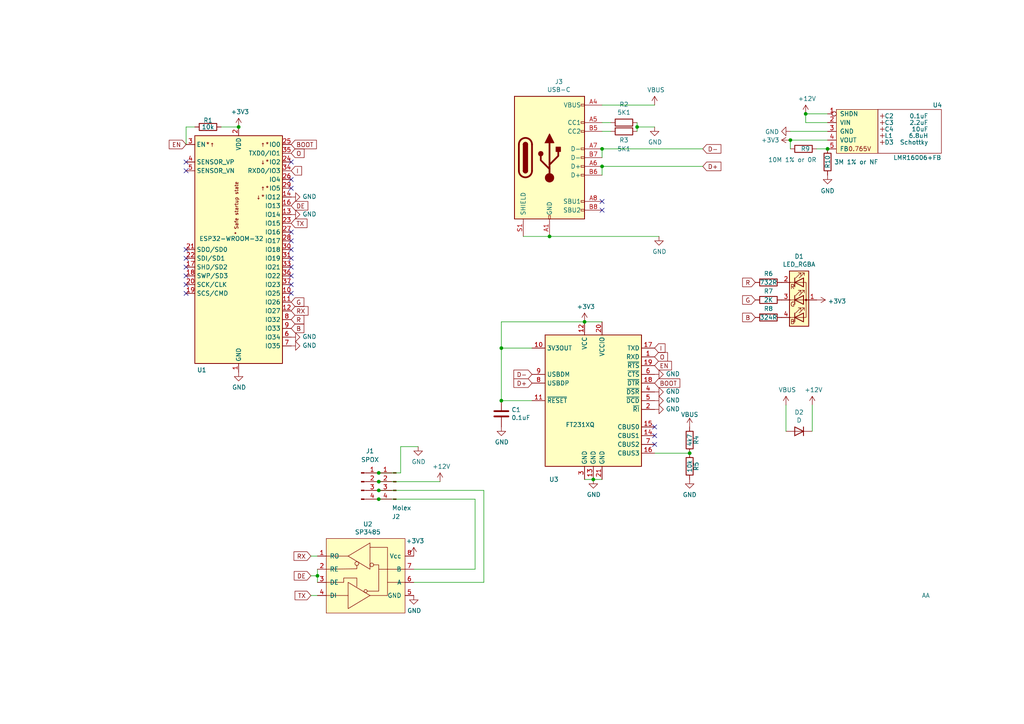
<source format=kicad_sch>
(kicad_sch (version 20211123) (generator eeschema)
  (paper "A4")
  (title_block (title "Galaxy Keypad controller") (date "${DATE}") (rev "5") (company "Adrian Kennard Andrews & Arnold Ltd") (comment 1 "@TheRealRevK") (comment 2 "www.me.uk"))
  (lib_symbols
    (symbol "Connector:Conn_01x04_Male" (pin_names (offset 1.016) hide)
      (property "Reference" "J" (at 0 5.08 0))
      (property "Value" "Conn_01x04_Male" (at 0 -7.62 0))
      (symbol "Conn_01x04_Male_1_1"
        (polyline (pts (xy 1.27 -5.08) (xy 0.8636 -5.08)) (stroke (width 0.1524)))
        (polyline (pts (xy 1.27 -2.54) (xy 0.8636 -2.54)) (stroke (width 0.1524)))
        (polyline (pts (xy 1.27 0) (xy 0.8636 0)) (stroke (width 0.1524)))
        (polyline (pts (xy 1.27 2.54) (xy 0.8636 2.54)) (stroke (width 0.1524)))
        (rectangle (start 0.8636 -4.953) (end 0 -5.207) (stroke (width 0.1524)) (fill (type outline)))
        (rectangle (start 0.8636 -2.413) (end 0 -2.667) (stroke (width 0.1524)) (fill (type outline)))
        (rectangle (start 0.8636 0.127) (end 0 -0.127) (stroke (width 0.1524)) (fill (type outline)))
        (rectangle (start 0.8636 2.667) (end 0 2.413) (stroke (width 0.1524)) (fill (type outline)))
        (pin passive line (at 5.08 2.54 180) (length 3.81) (name "Pin_1") (number "1"))
        (pin passive line (at 5.08 0 180) (length 3.81) (name "Pin_2") (number "2"))
        (pin passive line (at 5.08 -2.54 180) (length 3.81) (name "Pin_3") (number "3"))
        (pin passive line (at 5.08 -5.08 180) (length 3.81) (name "Pin_4") (number "4"))
      )
    )
    (symbol "Connector:USB_C_Receptacle_USB2.0" (pin_names (offset 1.016))
      (property "Reference" "J" (at -10.16 19.05 0))
      (property "Value" "USB_C_Receptacle_USB2.0" (at 19.05 19.05 0))
      (symbol "USB_C_Receptacle_USB2.0_0_0"
        (rectangle (start -0.254 -17.78) (end 0.254 -16.764))
        (rectangle (start 10.16 -14.986) (end 9.144 -15.494))
        (rectangle (start 10.16 -12.446) (end 9.144 -12.954))
        (rectangle (start 10.16 -4.826) (end 9.144 -5.334))
        (rectangle (start 10.16 -2.286) (end 9.144 -2.794))
        (rectangle (start 10.16 0.254) (end 9.144 -0.254))
        (rectangle (start 10.16 2.794) (end 9.144 2.286))
        (rectangle (start 10.16 7.874) (end 9.144 7.366))
        (rectangle (start 10.16 10.414) (end 9.144 9.906))
        (rectangle (start 10.16 15.494) (end 9.144 14.986))
      )
      (symbol "USB_C_Receptacle_USB2.0_0_1"
        (rectangle (start -10.16 17.78) (end 10.16 -17.78) (stroke (width 0.254)) (fill (type background)))
        (arc (start -8.89 -3.81) (mid -6.985 -5.715) (end -5.08 -3.81) (stroke (width 0.508)))
        (arc (start -7.62 -3.81) (mid -6.985 -4.445) (end -6.35 -3.81) (stroke (width 0.254)))
        (arc (start -7.62 -3.81) (mid -6.985 -4.445) (end -6.35 -3.81) (stroke (width 0.254)) (fill (type outline)))
        (rectangle (start -7.62 -3.81) (end -6.35 3.81) (stroke (width 0.254)) (fill (type outline)))
        (arc (start -6.35 3.81) (mid -6.985 4.445) (end -7.62 3.81) (stroke (width 0.254)))
        (arc (start -6.35 3.81) (mid -6.985 4.445) (end -7.62 3.81) (stroke (width 0.254)) (fill (type outline)))
        (arc (start -5.08 3.81) (mid -6.985 5.715) (end -8.89 3.81) (stroke (width 0.508)))
        (circle (center -2.54 1.143) (radius 0.635) (stroke (width 0.254)) (fill (type outline)))
        (circle (center 0 -5.842) (radius 1.27) (fill (type outline)))
        (polyline (pts (xy -8.89 -3.81) (xy -8.89 3.81)) (stroke (width 0.508)))
        (polyline (pts (xy -5.08 3.81) (xy -5.08 -3.81)) (stroke (width 0.508)))
        (polyline (pts (xy 0 -5.842) (xy 0 4.318)) (stroke (width 0.508)))
        (polyline (pts (xy 0 -3.302) (xy -2.54 -0.762) (xy -2.54 0.508)) (stroke (width 0.508)))
        (polyline (pts (xy 0 -2.032) (xy 2.54 0.508) (xy 2.54 1.778)) (stroke (width 0.508)))
        (polyline (pts (xy -1.27 4.318) (xy 0 6.858) (xy 1.27 4.318) (xy -1.27 4.318)) (stroke (width 0.254)) (fill (type outline)))
        (rectangle (start 1.905 1.778) (end 3.175 3.048) (stroke (width 0.254)) (fill (type outline)))
      )
      (symbol "USB_C_Receptacle_USB2.0_1_1"
        (pin passive line (at 0 -22.86 90) (length 5.08) (name "GND") (number "A1"))
        (pin passive line (at 0 -22.86 90) (length 5.08) hide (name "GND") (number "A12"))
        (pin passive line (at 15.24 15.24 180) (length 5.08) (name "VBUS") (number "A4"))
        (pin bidirectional line (at 15.24 10.16 180) (length 5.08) (name "CC1") (number "A5"))
        (pin bidirectional line (at 15.24 -2.54 180) (length 5.08) (name "D+") (number "A6"))
        (pin bidirectional line (at 15.24 2.54 180) (length 5.08) (name "D-") (number "A7"))
        (pin bidirectional line (at 15.24 -12.7 180) (length 5.08) (name "SBU1") (number "A8"))
        (pin passive line (at 15.24 15.24 180) (length 5.08) hide (name "VBUS") (number "A9"))
        (pin passive line (at 0 -22.86 90) (length 5.08) hide (name "GND") (number "B1"))
        (pin passive line (at 0 -22.86 90) (length 5.08) hide (name "GND") (number "B12"))
        (pin passive line (at 15.24 15.24 180) (length 5.08) hide (name "VBUS") (number "B4"))
        (pin bidirectional line (at 15.24 7.62 180) (length 5.08) (name "CC2") (number "B5"))
        (pin bidirectional line (at 15.24 -5.08 180) (length 5.08) (name "D+") (number "B6"))
        (pin bidirectional line (at 15.24 0 180) (length 5.08) (name "D-") (number "B7"))
        (pin bidirectional line (at 15.24 -15.24 180) (length 5.08) (name "SBU2") (number "B8"))
        (pin passive line (at 15.24 15.24 180) (length 5.08) hide (name "VBUS") (number "B9"))
        (pin passive line (at -7.62 -22.86 90) (length 5.08) (name "SHIELD") (number "S1"))
      )
    )
    (symbol "Device:C" (pin_numbers hide) (pin_names (offset 0.254))
      (property "Reference" "C" (at 0.635 2.54 0))
      (property "Value" "C" (at 0.635 -2.54 0))
      (symbol "C_0_1"
        (polyline (pts (xy -2.032 -0.762) (xy 2.032 -0.762)) (stroke (width 0.508)))
        (polyline (pts (xy -2.032 0.762) (xy 2.032 0.762)) (stroke (width 0.508)))
      )
      (symbol "C_1_1"
        (pin passive line (at 0 3.81 270) (length 2.794) (name "~") (number "1"))
        (pin passive line (at 0 -3.81 90) (length 2.794) (name "~") (number "2"))
      )
    )
    (symbol "Device:D" (pin_numbers hide) (pin_names (offset 1.016) hide)
      (property "Reference" "D" (at 0 2.54 0))
      (property "Value" "D" (at 0 -2.54 0))
      (symbol "D_0_1"
        (polyline (pts (xy -1.27 1.27) (xy -1.27 -1.27)) (stroke (width 0.254)))
        (polyline (pts (xy 1.27 0) (xy -1.27 0)))
        (polyline (pts (xy 1.27 1.27) (xy 1.27 -1.27) (xy -1.27 0) (xy 1.27 1.27)) (stroke (width 0.254)))
      )
      (symbol "D_1_1"
        (pin passive line (at -3.81 0 0) (length 2.54) (name "K") (number "1"))
        (pin passive line (at 3.81 0 180) (length 2.54) (name "A") (number "2"))
      )
    )
    (symbol "Device:LED_ARGB" (pin_names (offset 0) hide)
      (property "Reference" "D" (at 0 9.398 0))
      (property "Value" "LED_ARGB" (at 0 -8.89 0))
      (symbol "LED_ARGB_0_0"
        (text "B" (at -1.905 -6.35 0) (effects (font (size 1.27 1.27))))
        (text "G" (at -1.905 -1.27 0) (effects (font (size 1.27 1.27))))
        (text "R" (at -1.905 3.81 0) (effects (font (size 1.27 1.27))))
      )
      (symbol "LED_ARGB_0_1"
        (polyline (pts (xy -1.27 -5.08) (xy -2.54 -5.08)))
        (polyline (pts (xy -1.27 -5.08) (xy 1.27 -5.08)))
        (polyline (pts (xy -1.27 -3.81) (xy -1.27 -6.35)) (stroke (width 0.254)))
        (polyline (pts (xy -1.27 0) (xy -2.54 0)))
        (polyline (pts (xy -1.27 1.27) (xy -1.27 -1.27)) (stroke (width 0.254)))
        (polyline (pts (xy -1.27 5.08) (xy -2.54 5.08)))
        (polyline (pts (xy -1.27 5.08) (xy 1.27 5.08)))
        (polyline (pts (xy -1.27 6.35) (xy -1.27 3.81)) (stroke (width 0.254)))
        (polyline (pts (xy 1.27 0) (xy -1.27 0)))
        (polyline (pts (xy 1.27 0) (xy 2.54 0)))
        (polyline (pts (xy -1.27 1.27) (xy -1.27 -1.27) (xy -1.27 -1.27)))
        (polyline (pts (xy -1.27 6.35) (xy -1.27 3.81) (xy -1.27 3.81)))
        (polyline (pts (xy 1.27 -5.08) (xy 2.032 -5.08) (xy 2.032 5.08) (xy 1.27 5.08)))
        (polyline (pts (xy 1.27 -3.81) (xy 1.27 -6.35) (xy -1.27 -5.08) (xy 1.27 -3.81)) (stroke (width 0.254)))
        (polyline (pts (xy 1.27 1.27) (xy 1.27 -1.27) (xy -1.27 0) (xy 1.27 1.27)) (stroke (width 0.254)))
        (polyline (pts (xy 1.27 6.35) (xy 1.27 3.81) (xy -1.27 5.08) (xy 1.27 6.35)) (stroke (width 0.254)))
        (polyline (pts (xy -1.016 -3.81) (xy 0.508 -2.286) (xy -0.254 -2.286) (xy 0.508 -2.286) (xy 0.508 -3.048)))
        (polyline (pts (xy -1.016 1.27) (xy 0.508 2.794) (xy -0.254 2.794) (xy 0.508 2.794) (xy 0.508 2.032)))
        (polyline (pts (xy -1.016 6.35) (xy 0.508 7.874) (xy -0.254 7.874) (xy 0.508 7.874) (xy 0.508 7.112)))
        (polyline (pts (xy 0 -3.81) (xy 1.524 -2.286) (xy 0.762 -2.286) (xy 1.524 -2.286) (xy 1.524 -3.048)))
        (polyline (pts (xy 0 1.27) (xy 1.524 2.794) (xy 0.762 2.794) (xy 1.524 2.794) (xy 1.524 2.032)))
        (polyline (pts (xy 0 6.35) (xy 1.524 7.874) (xy 0.762 7.874) (xy 1.524 7.874) (xy 1.524 7.112)))
        (rectangle (start 1.27 -1.27) (end 1.27 1.27))
        (rectangle (start 1.27 1.27) (end 1.27 1.27))
        (rectangle (start 1.27 3.81) (end 1.27 6.35))
        (rectangle (start 1.27 6.35) (end 1.27 6.35))
        (circle (center 2.032 0) (radius 0.254) (fill (type outline)))
        (rectangle (start 2.794 8.382) (end -2.794 -7.62) (stroke (width 0.254)) (fill (type background)))
      )
      (symbol "LED_ARGB_1_1"
        (pin passive line (at 5.08 0 180) (length 2.54) (name "A") (number "1"))
        (pin passive line (at -5.08 5.08 0) (length 2.54) (name "RK") (number "2"))
        (pin passive line (at -5.08 0 0) (length 2.54) (name "GK") (number "3"))
        (pin passive line (at -5.08 -5.08 0) (length 2.54) (name "BK") (number "4"))
      )
    )
    (symbol "Device:R" (pin_numbers hide) (pin_names (offset 0))
      (property "Reference" "R" (at 2.032 0 90))
      (property "Value" "R" (at 0 0 90))
      (symbol "R_0_1"
        (rectangle (start -1.016 -2.54) (end 1.016 2.54) (stroke (width 0.254)))
      )
      (symbol "R_1_1"
        (pin passive line (at 0 3.81 270) (length 1.27) (name "~") (number "1"))
        (pin passive line (at 0 -3.81 90) (length 1.27) (name "~") (number "2"))
      )
    )
    (symbol "Hidden_1" (pin_names (offset 1.016))
      (property "Reference" "Z" (at 0.635 0 0))
      (property "Value" "Hidden_1" (at 4.445 0 0))
      (symbol "Hidden_1_0_1"
        (polyline (pts (xy -0.635 0) (xy 0.635 0)) (stroke (width 0.1524)))
        (polyline (pts (xy 0 0.635) (xy 0 -0.635)) (stroke (width 0.1524)))
      )
      (symbol "Hidden_1_1_1"
        (pin no_connect non_logic (at 0 -2.54 90) (length 2.54) hide (name "~") (number "~"))
      )
    )
    (symbol "Hidden_2" (pin_names (offset 1.016))
      (property "Reference" "Z" (at 0.635 0 0))
      (property "Value" "Hidden_2" (at 4.445 0 0))
      (symbol "Hidden_2_0_1"
        (polyline (pts (xy -0.635 0) (xy 0.635 0)) (stroke (width 0.1524)))
        (polyline (pts (xy 0 0.635) (xy 0 -0.635)) (stroke (width 0.1524)))
      )
      (symbol "Hidden_2_1_1"
        (pin no_connect non_logic (at 0 -2.54 90) (length 2.54) hide (name "~") (number "~"))
      )
    )
    (symbol "Hidden_3" (pin_names (offset 1.016))
      (property "Reference" "Z" (at 0.635 0 0))
      (property "Value" "Hidden_3" (at 4.445 0 0))
      (symbol "Hidden_3_0_1"
        (polyline (pts (xy -0.635 0) (xy 0.635 0)) (stroke (width 0.1524)))
        (polyline (pts (xy 0 0.635) (xy 0 -0.635)) (stroke (width 0.1524)))
      )
      (symbol "Hidden_3_1_1"
        (pin no_connect non_logic (at 0 -2.54 90) (length 2.54) hide (name "~") (number "~"))
      )
    )
    (symbol "Hidden_4" (pin_names (offset 1.016))
      (property "Reference" "Z" (at 0.635 0 0))
      (property "Value" "Hidden_4" (at 4.445 0 0))
      (symbol "Hidden_4_0_1"
        (polyline (pts (xy -0.635 0) (xy 0.635 0)) (stroke (width 0.1524)))
        (polyline (pts (xy 0 0.635) (xy 0 -0.635)) (stroke (width 0.1524)))
      )
      (symbol "Hidden_4_1_1"
        (pin no_connect non_logic (at 0 -2.54 90) (length 2.54) hide (name "~") (number "~"))
      )
    )
    (symbol "Interface_USB:FT231XQ"
      (property "Reference" "U" (at -13.97 20.32 0))
      (property "Value" "FT231XQ" (at 6.35 20.32 0))
      (symbol "FT231XQ_0_1"
        (rectangle (start -13.97 19.05) (end 13.97 -19.05) (stroke (width 0.254)) (fill (type background)))
      )
      (symbol "FT231XQ_1_1"
        (pin input line (at 17.78 12.7 180) (length 3.81) (name "RXD") (number "1"))
        (pin power_out line (at -17.78 15.24 0) (length 3.81) (name "3V3OUT") (number "10"))
        (pin input line (at -17.78 0 0) (length 3.81) (name "~{RESET}") (number "11"))
        (pin power_in line (at -2.54 22.86 270) (length 3.81) (name "VCC") (number "12"))
        (pin power_in line (at 0 -22.86 90) (length 3.81) (name "GND") (number "13"))
        (pin bidirectional line (at 17.78 -10.16 180) (length 3.81) (name "CBUS1") (number "14"))
        (pin bidirectional line (at 17.78 -7.62 180) (length 3.81) (name "CBUS0") (number "15"))
        (pin bidirectional line (at 17.78 -15.24 180) (length 3.81) (name "CBUS3") (number "16"))
        (pin output line (at 17.78 15.24 180) (length 3.81) (name "TXD") (number "17"))
        (pin output line (at 17.78 5.08 180) (length 3.81) (name "~{DTR}") (number "18"))
        (pin output line (at 17.78 10.16 180) (length 3.81) (name "~{RTS}") (number "19"))
        (pin input line (at 17.78 -2.54 180) (length 3.81) (name "~{RI}") (number "2"))
        (pin power_in line (at 2.54 22.86 270) (length 3.81) (name "VCCIO") (number "20"))
        (pin power_in line (at 2.54 -22.86 90) (length 3.81) (name "GND") (number "21"))
        (pin power_in line (at -2.54 -22.86 90) (length 3.81) (name "GND") (number "3"))
        (pin input line (at 17.78 2.54 180) (length 3.81) (name "~{DSR}") (number "4"))
        (pin input line (at 17.78 0 180) (length 3.81) (name "~{DCD}") (number "5"))
        (pin input line (at 17.78 7.62 180) (length 3.81) (name "~{CTS}") (number "6"))
        (pin bidirectional line (at 17.78 -12.7 180) (length 3.81) (name "CBUS2") (number "7"))
        (pin bidirectional line (at -17.78 5.08 0) (length 3.81) (name "USBDP") (number "8"))
        (pin bidirectional line (at -17.78 7.62 0) (length 3.81) (name "USBDM") (number "9"))
      )
    )
    (symbol "RevK:AA" (pin_names (offset 1.016)) (in_bom no)
      (property "Value" "AA" (at 0 0 0))
    )
    (symbol "RevK:ESP32-WROOM-32"
      (property "Reference" "U" (at -12.7 34.29 0))
      (property "Value" "ESP32-WROOM-32" (at 1.27 34.29 0))
      (symbol "ESP32-WROOM-32_0_0"
        (text "* Safe startup state" (at -0.635 12.065 900) (effects (font (size 1 1))))
        (text "*↑" (at -9.525 30.48 0) (effects (font (size 1.27 1.27)) (justify left)))
        (text "↑*" (at 8.89 17.78 0) (effects (font (size 1.27 1.27)) (justify right)))
        (text "↑*" (at 8.89 30.48 0) (effects (font (size 1.27 1.27)) (justify right)))
        (text "↓*" (at 7.62 15.24 0) (effects (font (size 1.27 1.27)) (justify right)))
        (text "↓*" (at 8.89 25.4 0) (effects (font (size 1.27 1.27)) (justify right)))
      )
      (symbol "ESP32-WROOM-32_0_1"
        (rectangle (start -12.7 33.02) (end 12.7 -33.02) (stroke (width 0.254)) (fill (type background)))
      )
      (symbol "ESP32-WROOM-32_1_1"
        (pin power_in line (at 0 -35.56 90) (length 2.54) (name "GND") (number "1"))
        (pin bidirectional line (at 15.24 -12.7 180) (length 2.54) (name "IO25") (number "10"))
        (pin bidirectional line (at 15.24 -15.24 180) (length 2.54) (name "IO26") (number "11"))
        (pin bidirectional line (at 15.24 -17.78 180) (length 2.54) (name "IO27") (number "12"))
        (pin bidirectional line (at 15.24 10.16 180) (length 2.54) (name "IO14") (number "13"))
        (pin bidirectional line (at 15.24 15.24 180) (length 2.54) (name "IO12") (number "14"))
        (pin passive line (at 0 -35.56 90) (length 2.54) hide (name "GND") (number "15"))
        (pin bidirectional line (at 15.24 12.7 180) (length 2.54) (name "IO13") (number "16"))
        (pin bidirectional line (at -15.24 -5.08 0) (length 2.54) (name "SHD/SD2") (number "17"))
        (pin bidirectional line (at -15.24 -7.62 0) (length 2.54) (name "SWP/SD3") (number "18"))
        (pin bidirectional line (at -15.24 -12.7 0) (length 2.54) (name "SCS/CMD") (number "19"))
        (pin power_in line (at 0 35.56 270) (length 2.54) (name "VDD") (number "2"))
        (pin bidirectional line (at -15.24 -10.16 0) (length 2.54) (name "SCK/CLK") (number "20"))
        (pin bidirectional line (at -15.24 0 0) (length 2.54) (name "SDO/SD0") (number "21"))
        (pin bidirectional line (at -15.24 -2.54 0) (length 2.54) (name "SDI/SD1") (number "22"))
        (pin bidirectional line (at 15.24 7.62 180) (length 2.54) (name "IO15") (number "23"))
        (pin bidirectional line (at 15.24 25.4 180) (length 2.54) (name "IO2") (number "24"))
        (pin bidirectional line (at 15.24 30.48 180) (length 2.54) (name "IO0") (number "25"))
        (pin bidirectional line (at 15.24 20.32 180) (length 2.54) (name "IO4") (number "26"))
        (pin bidirectional line (at 15.24 5.08 180) (length 2.54) (name "IO16") (number "27"))
        (pin bidirectional line (at 15.24 2.54 180) (length 2.54) (name "IO17") (number "28"))
        (pin bidirectional line (at 15.24 17.78 180) (length 2.54) (name "IO5") (number "29"))
        (pin input line (at -15.24 30.48 0) (length 2.54) (name "EN") (number "3"))
        (pin bidirectional line (at 15.24 0 180) (length 2.54) (name "IO18") (number "30"))
        (pin bidirectional line (at 15.24 -2.54 180) (length 2.54) (name "IO19") (number "31"))
        (pin no_connect line (at -12.7 -27.94 0) (length 2.54) hide (name "NC") (number "32"))
        (pin bidirectional line (at 15.24 -5.08 180) (length 2.54) (name "IO21") (number "33"))
        (pin bidirectional line (at 15.24 22.86 180) (length 2.54) (name "RXD0/IO3") (number "34"))
        (pin bidirectional line (at 15.24 27.94 180) (length 2.54) (name "TXD0/IO1") (number "35"))
        (pin bidirectional line (at 15.24 -7.62 180) (length 2.54) (name "IO22") (number "36"))
        (pin bidirectional line (at 15.24 -10.16 180) (length 2.54) (name "IO23") (number "37"))
        (pin passive line (at 0 -35.56 90) (length 2.54) hide (name "GND") (number "38"))
        (pin passive line (at 0 -35.56 90) (length 2.54) hide (name "GND") (number "39"))
        (pin input line (at -15.24 25.4 0) (length 2.54) (name "SENSOR_VP") (number "4"))
        (pin input line (at -15.24 22.86 0) (length 2.54) (name "SENSOR_VN") (number "5"))
        (pin input line (at 15.24 -25.4 180) (length 2.54) (name "IO34") (number "6"))
        (pin input line (at 15.24 -27.94 180) (length 2.54) (name "IO35") (number "7"))
        (pin bidirectional line (at 15.24 -20.32 180) (length 2.54) (name "IO32") (number "8"))
        (pin bidirectional line (at 15.24 -22.86 180) (length 2.54) (name "IO33") (number "9"))
      )
    )
    (symbol "RevK:Hidden" (pin_names (offset 1.016))
      (property "Reference" "Z" (at 0.635 0 0))
      (property "Value" "Hidden" (at 4.445 0 0))
      (symbol "Hidden_0_1"
        (polyline (pts (xy -0.635 0) (xy 0.635 0)) (stroke (width 0.1524)))
        (polyline (pts (xy 0 0.635) (xy 0 -0.635)) (stroke (width 0.1524)))
      )
      (symbol "Hidden_1_1"
        (pin no_connect non_logic (at 0 -2.54 90) (length 2.54) hide (name "~") (number "~"))
      )
    )
    (symbol "RevK:LMR16006+FB" (pin_names (offset 1.016))
      (property "Reference" "U" (at 11.43 2.54 0))
      (property "Value" "LMR16006+FB" (at 7.62 -12.7 0))
      (symbol "LMR16006+FB_0_0"
        (rectangle (start 2.54 1.27) (end 14.605 -11.43) (fill (type background)))
        (text "0.765V" (at 12.7 -10.16 0) (effects (font (size 1.27 1.27)) (justify right)))
      )
      (symbol "LMR16006+FB_0_1"
        (rectangle (start 14.605 1.27) (end 33.02 -11.43))
      )
      (symbol "LMR16006+FB_1_1"
        (pin input inverted (at 0 0 0) (length 2.54) (name "SHDN") (number "1"))
        (pin power_in line (at 0 -2.54 0) (length 2.54) (name "VIN") (number "2"))
        (pin power_in line (at 0 -5.08 0) (length 2.54) (name "GND") (number "3"))
        (pin power_out line (at 0 -7.62 0) (length 2.54) (name "VOUT") (number "4"))
        (pin passive line (at 0 -10.16 0) (length 2.54) (name "FB") (number "5"))
      )
    )
    (symbol "RevK:SP3458" (pin_names (offset 1.016))
      (property "Reference" "U" (at 0 -3.81 0))
      (property "Value" "SP3458" (at 7.62 -1.27 0))
      (symbol "SP3458_0_1"
        (rectangle (start -11.43 19.05) (end 11.43 -2.54) (fill (type background)))
        (circle (center -2.54 11.811) (radius 0.5588))
        (polyline (pts (xy -11.43 2.54) (xy -5.08 2.54)))
        (polyline (pts (xy -11.43 13.97) (xy -5.08 13.97)))
        (polyline (pts (xy 3.81 10.16) (xy 11.43 10.16)))
        (polyline (pts (xy 6.35 6.35) (xy 11.43 6.35)))
        (polyline (pts (xy -11.43 10.16) (xy -2.54 10.287) (xy -2.54 11.303)))
        (polyline (pts (xy -5.08 6.35) (xy 1.27 2.54) (xy -5.08 -1.27) (xy -5.08 6.35)))
        (polyline (pts (xy -5.08 13.97) (xy 1.27 17.78) (xy 1.27 10.16) (xy -5.08 13.97)))
        (polyline (pts (xy 0.508 3.81) (xy 3.81 3.81) (xy 3.81 11.43) (xy 2.286 11.43)))
        (polyline (pts (xy 1.27 16.51) (xy 6.35 16.51) (xy 6.35 2.54) (xy 1.27 2.54)))
        (polyline (pts (xy -11.43 6.35) (xy -6.35 6.35) (xy -6.35 7.62) (xy -2.54 7.62) (xy -2.54 5.08)))
        (circle (center 0 3.81) (radius 0.4572))
        (circle (center 1.778 11.43) (radius 0.5334))
      )
      (symbol "SP3458_1_1"
        (pin output line (at -13.97 13.97 0) (length 2.54) (name "RO") (number "1"))
        (pin input line (at -13.97 10.16 0) (length 2.54) (name "RE") (number "2"))
        (pin input line (at -13.97 6.35 0) (length 2.54) (name "DE") (number "3"))
        (pin input line (at -13.97 2.54 0) (length 2.54) (name "DI") (number "4"))
        (pin power_in line (at 13.97 2.54 180) (length 2.54) (name "GND") (number "5"))
        (pin bidirectional line (at 13.97 6.35 180) (length 2.54) (name "A") (number "6"))
        (pin bidirectional line (at 13.97 10.16 180) (length 2.54) (name "B") (number "7"))
        (pin power_in line (at 13.97 13.97 180) (length 2.54) (name "Vcc") (number "8"))
      )
    )
    (symbol "power:+12V" (power) (pin_names (offset 0))
      (property "Value" "+12V" (at 0 3.556 0))
      (symbol "+12V_0_1"
        (polyline (pts (xy -0.762 1.27) (xy 0 2.54)))
        (polyline (pts (xy 0 0) (xy 0 2.54)))
        (polyline (pts (xy 0 2.54) (xy 0.762 1.27)))
      )
      (symbol "+12V_1_1"
        (pin power_in line (at 0 0 90) (length 0) hide (name "+12V") (number "1"))
      )
    )
    (symbol "power:+3.3V" (power) (pin_names (offset 0))
      (property "Value" "+3.3V" (at 0 3.556 0))
      (symbol "+3.3V_0_1"
        (polyline (pts (xy -0.762 1.27) (xy 0 2.54)))
        (polyline (pts (xy 0 0) (xy 0 2.54)))
        (polyline (pts (xy 0 2.54) (xy 0.762 1.27)))
      )
      (symbol "+3.3V_1_1"
        (pin power_in line (at 0 0 90) (length 0) hide (name "+3V3") (number "1"))
      )
    )
    (symbol "power:GND" (power) (pin_names (offset 0))
      (property "Value" "GND" (at 0 -3.81 0))
      (symbol "GND_0_1"
        (polyline (pts (xy 0 0) (xy 0 -1.27) (xy 1.27 -1.27) (xy 0 -2.54) (xy -1.27 -1.27) (xy 0 -1.27)))
      )
      (symbol "GND_1_1"
        (pin power_in line (at 0 0 270) (length 0) hide (name "GND") (number "1"))
      )
    )
    (symbol "power:VBUS" (power) (pin_names (offset 0))
      (property "Value" "VBUS" (at 0 3.81 0))
      (symbol "VBUS_0_1"
        (polyline (pts (xy -0.762 1.27) (xy 0 2.54)))
        (polyline (pts (xy 0 0) (xy 0 2.54)))
        (polyline (pts (xy 0 2.54) (xy 0.762 1.27)))
      )
      (symbol "VBUS_1_1"
        (pin power_in line (at 0 0 90) (length 0) hide (name "VBUS") (number "1"))
      )
    )
  )
  (junction (at 184.785 36.83))
  (junction (at 92.075 167.005))
  (junction (at 109.855 139.7))
  (junction (at 229.235 40.64))
  (junction (at 109.855 137.16))
  (junction (at 172.085 139.065))
  (junction (at 240.03 43.18))
  (junction (at 174.625 43.18))
  (junction (at 200.025 131.445))
  (junction (at 169.545 93.345))
  (junction (at 109.855 144.78))
  (junction (at 233.68 33.02))
  (junction (at 145.415 116.205))
  (junction (at 174.625 48.26))
  (junction (at 109.855 142.24))
  (junction (at 159.385 68.58))
  (junction (at 145.415 100.965))
  (junction (at 69.215 36.83))
  (no_connect (at 84.455 67.31))
  (no_connect (at 84.455 72.39))
  (no_connect (at 53.975 82.55))
  (no_connect (at 53.975 49.53))
  (no_connect (at 189.865 126.365))
  (no_connect (at 53.975 74.93))
  (no_connect (at 84.455 85.09))
  (no_connect (at 174.625 58.42))
  (no_connect (at 84.455 54.61))
  (no_connect (at 53.975 80.01))
  (no_connect (at 53.975 46.99))
  (no_connect (at 189.865 128.905))
  (no_connect (at 84.455 74.93))
  (no_connect (at 53.975 85.09))
  (no_connect (at 84.455 46.99))
  (no_connect (at 174.625 60.96))
  (no_connect (at 84.455 80.01))
  (no_connect (at 84.455 77.47))
  (no_connect (at 84.455 52.07))
  (no_connect (at 53.975 77.47))
  (no_connect (at 84.455 69.85))
  (no_connect (at 84.455 82.55))
  (no_connect (at 189.865 123.825))
  (no_connect (at 53.975 72.39))
  (wire (pts (xy 145.415 100.965) (xy 154.305 100.965)))
  (wire (pts (xy 137.795 144.78) (xy 137.795 165.1)))
  (wire (pts (xy 109.855 137.16) (xy 116.205 137.16)))
  (wire (pts (xy 174.625 93.345) (xy 169.545 93.345)))
  (wire (pts (xy 229.235 40.64) (xy 229.235 43.18)))
  (wire (pts (xy 145.415 93.345) (xy 169.545 93.345)))
  (wire (pts (xy 189.865 131.445) (xy 200.025 131.445)))
  (wire (pts (xy 169.545 139.065) (xy 172.085 139.065)))
  (wire (pts (xy 229.235 40.64) (xy 240.03 40.64)))
  (wire (pts (xy 174.625 48.26) (xy 203.835 48.26)))
  (wire (pts (xy 92.075 172.72) (xy 90.17 172.72)))
  (wire (pts (xy 64.135 36.83) (xy 69.215 36.83)))
  (wire (pts (xy 184.785 36.83) (xy 184.785 38.1)))
  (wire (pts (xy 189.865 36.83) (xy 184.785 36.83)))
  (wire (pts (xy 159.385 68.58) (xy 191.135 68.58)))
  (wire (pts (xy 174.625 43.18) (xy 203.835 43.18)))
  (wire (pts (xy 140.335 142.24) (xy 140.335 168.91)))
  (wire (pts (xy 109.855 142.24) (xy 140.335 142.24)))
  (wire (pts (xy 174.625 50.8) (xy 174.625 48.26)))
  (wire (pts (xy 154.305 116.205) (xy 145.415 116.205)))
  (wire (pts (xy 174.625 30.48) (xy 189.865 30.48)))
  (wire (pts (xy 227.965 125.095) (xy 227.965 117.475)))
  (wire (pts (xy 174.625 35.56) (xy 177.165 35.56)))
  (wire (pts (xy 90.17 167.005) (xy 92.075 167.005)))
  (wire (pts (xy 184.785 35.56) (xy 184.785 36.83)))
  (wire (pts (xy 92.075 167.005) (xy 92.075 168.91)))
  (wire (pts (xy 92.075 161.29) (xy 90.17 161.29)))
  (wire (pts (xy 236.855 43.18) (xy 240.03 43.18)))
  (wire (pts (xy 229.235 38.1) (xy 240.03 38.1)))
  (wire (pts (xy 145.415 116.205) (xy 145.415 100.965)))
  (wire (pts (xy 109.855 139.7) (xy 127.635 139.7)))
  (wire (pts (xy 109.855 144.78) (xy 137.795 144.78)))
  (wire (pts (xy 53.975 36.83) (xy 53.975 41.91)))
  (wire (pts (xy 174.625 45.72) (xy 174.625 43.18)))
  (wire (pts (xy 120.015 165.1) (xy 137.795 165.1)))
  (wire (pts (xy 145.415 100.965) (xy 145.415 93.345)))
  (wire (pts (xy 116.205 137.16) (xy 116.205 129.54)))
  (wire (pts (xy 233.68 33.02) (xy 240.03 33.02)))
  (wire (pts (xy 172.085 139.065) (xy 174.625 139.065)))
  (wire (pts (xy 56.515 36.83) (xy 53.975 36.83)))
  (wire (pts (xy 120.015 168.91) (xy 140.335 168.91)))
  (wire (pts (xy 174.625 38.1) (xy 177.165 38.1)))
  (wire (pts (xy 151.765 68.58) (xy 159.385 68.58)))
  (wire (pts (xy 235.585 125.095) (xy 235.585 117.475)))
  (wire (pts (xy 233.68 33.02) (xy 233.68 35.56)))
  (wire (pts (xy 233.68 35.56) (xy 240.03 35.56)))
  (wire (pts (xy 116.205 129.54) (xy 121.285 129.54)))
  (wire (pts (xy 92.075 165.1) (xy 92.075 167.005)))
  (global_label "I" (shape input) (at 84.455 49.53 0) (property "Intersheet References" "${INTERSHEET_REFS}" (effects hide)))
  (global_label "O" (shape input) (at 189.865 103.505 0) (property "Intersheet References" "${INTERSHEET_REFS}" (effects hide)))
  (global_label "EN" (shape input) (at 53.975 41.91 180) (property "Intersheet References" "${INTERSHEET_REFS}" (effects hide)))
  (global_label "BOOT" (shape input) (at 84.455 41.91 0) (property "Intersheet References" "${INTERSHEET_REFS}" (effects hide)))
  (global_label "RX" (shape input) (at 90.17 161.29 180) (property "Intersheet References" "${INTERSHEET_REFS}" (effects hide)))
  (global_label "R" (shape input) (at 219.075 81.915 180) (property "Intersheet References" "${INTERSHEET_REFS}" (effects hide)))
  (global_label "R" (shape input) (at 84.455 92.71 0) (property "Intersheet References" "${INTERSHEET_REFS}" (effects hide)))
  (global_label "I" (shape input) (at 189.865 100.965 0) (property "Intersheet References" "${INTERSHEET_REFS}" (effects hide)))
  (global_label "EN" (shape input) (at 189.865 106.045 0) (property "Intersheet References" "${INTERSHEET_REFS}" (effects hide)))
  (global_label "DE" (shape input) (at 90.17 167.005 180) (property "Intersheet References" "${INTERSHEET_REFS}" (effects hide)))
  (global_label "B" (shape input) (at 219.075 92.075 180) (property "Intersheet References" "${INTERSHEET_REFS}" (effects hide)))
  (global_label "BOOT" (shape input) (at 189.865 111.125 0) (property "Intersheet References" "${INTERSHEET_REFS}" (effects hide)))
  (global_label "DE" (shape input) (at 84.455 59.69 0) (property "Intersheet References" "${INTERSHEET_REFS}" (effects hide)))
  (global_label "O" (shape input) (at 84.455 44.45 0) (property "Intersheet References" "${INTERSHEET_REFS}" (effects hide)))
  (global_label "D-" (shape input) (at 203.835 43.18 0) (property "Intersheet References" "${INTERSHEET_REFS}" (effects hide)))
  (global_label "D-" (shape input) (at 154.305 108.585 180) (property "Intersheet References" "${INTERSHEET_REFS}" (effects hide)))
  (global_label "TX" (shape input) (at 84.455 64.77 0) (property "Intersheet References" "${INTERSHEET_REFS}" (effects hide)))
  (global_label "G" (shape input) (at 219.075 86.995 180) (property "Intersheet References" "${INTERSHEET_REFS}" (effects hide)))
  (global_label "G" (shape input) (at 84.455 87.63 0) (property "Intersheet References" "${INTERSHEET_REFS}" (effects hide)))
  (global_label "RX" (shape input) (at 84.455 90.17 0) (property "Intersheet References" "${INTERSHEET_REFS}" (effects hide)))
  (global_label "B" (shape input) (at 84.455 95.25 0) (property "Intersheet References" "${INTERSHEET_REFS}" (effects hide)))
  (global_label "D+" (shape input) (at 154.305 111.125 180) (property "Intersheet References" "${INTERSHEET_REFS}" (effects hide)))
  (global_label "TX" (shape input) (at 90.17 172.72 180) (property "Intersheet References" "${INTERSHEET_REFS}" (effects hide)))
  (global_label "D+" (shape input) (at 203.835 48.26 0) (property "Intersheet References" "${INTERSHEET_REFS}" (effects hide)))
  (symbol (lib_id "RevK:SP3458") (at 106.045 175.26 0) (unit 1)
    (property "Reference" "U2" (at 106.68 152.019 0))
    (property "Value" "SP3485" (at 106.68 154.3304 0))
    (property "Footprint" "Package_SO:SOIC-8_3.9x4.9mm_P1.27mm" (effects hide))
  )
  (symbol (lib_id "Connector:Conn_01x04_Male") (at 104.775 139.7 0) (unit 1)
    (property "Reference" "J1" (at 107.315 130.81 0))
    (property "Value" "SPOX" (at 107.315 133.35 0))
    (property "Footprint" "RevK:Molex_MiniSPOX_H4RA" (effects hide))
  )
  (symbol (lib_id "power:GND") (at 121.285 129.54 0) (unit 1)
    (property "Reference" "#PWR09" (effects hide))
    (property "Value" "GND" (at 121.412 133.9342 0))
  )
  (symbol (lib_id "power:+3.3V") (at 120.015 161.29 0) (unit 1)
    (property "Reference" "#PWR07" (effects hide))
    (property "Value" "+3.3V" (at 120.396 156.8958 0))
  )
  (symbol (lib_id "power:GND") (at 120.015 172.72 0) (unit 1)
    (property "Reference" "#PWR08" (effects hide))
    (property "Value" "GND" (at 120.142 177.1142 0))
  )
  (symbol (lib_id "Connector:Conn_01x04_Male") (at 114.935 139.7 0) (mirror y) (unit 1)
    (property "Reference" "J2" (at 113.665 149.86 0) (effects (justify right)))
    (property "Value" "Molex" (at 113.665 147.32 0) (effects (justify right)))
    (property "Footprint" "Connector_PinHeader_2.54mm:PinHeader_1x04_P2.54mm_Vertical" (effects hide))
  )
  (symbol (lib_id "power:+3.3V") (at 236.855 86.995 270) (unit 1)
    (property "Reference" "#PWR028" (effects hide))
    (property "Value" "+3.3V" (at 240.1062 87.376 90) (effects (justify left)))
  )
  (symbol (lib_id "Interface_USB:FT231XQ") (at 172.085 116.205 0) (unit 1)
    (property "Reference" "U3" (at 160.655 139.065 0))
    (property "Value" "FT231XQ" (at 168.275 123.19 0))
    (property "Footprint" "RevK:QFN-20-1EP_4x4mm_P0.5mm_EP2.5x2.5mm" (effects hide))
    (property "Datasheet" "https://www.ftdichip.com/Support/Documents/DataSheets/ICs/DS_FT231X.pdf" (effects hide))
  )
  (symbol (lib_id "power:GND") (at 172.085 139.065 0) (unit 1)
    (property "Reference" "#PWR013" (effects hide))
    (property "Value" "GND" (at 172.212 143.4592 0))
  )
  (symbol (lib_id "power:+3.3V") (at 169.545 93.345 0) (unit 1)
    (property "Reference" "#PWR012" (effects hide))
    (property "Value" "+3.3V" (at 169.926 88.9508 0))
  )
  (symbol (lib_id "power:GND") (at 189.865 108.585 90) (unit 1)
    (property "Reference" "#PWR016" (effects hide))
    (property "Value" "GND" (at 193.1162 108.458 90) (effects (justify right)))
  )
  (symbol (lib_id "Device:C") (at 145.415 120.015 0) (unit 1)
    (property "Reference" "C1" (at 148.336 118.8466 0) (effects (justify left)))
    (property "Value" "0.1uF" (at 148.336 121.158 0) (effects (justify left)))
    (property "Footprint" "RevK:C_0603" (effects hide))
  )
  (symbol (lib_id "RevK:AA") (at 266.7 172.72 0) (unit 1)
    (property "Reference" "Logo1" (effects hide))
    (property "Value" "AA" (at 267.335 172.72 0) (effects (justify left)))
    (property "Footprint" "RevK:AA" (effects hide))
    (property "Note" "Non part, PCB printed" (effects hide))
  )
  (symbol (lib_id "power:+12V") (at 127.635 139.7 0) (unit 1)
    (property "Reference" "#PWR010" (effects hide))
    (property "Value" "+12V" (at 128.016 135.3058 0))
  )
  (symbol (lib_id "Connector:USB_C_Receptacle_USB2.0") (at 159.385 45.72 0) (unit 1)
    (property "Reference" "J3" (at 162.1028 23.6982 0))
    (property "Value" "USB-C" (at 162.1028 26.0096 0))
    (property "Footprint" "RevK:USC16-TR-Round" (effects hide))
    (property "Datasheet" "https://www.usb.org/sites/default/files/documents/usb_type-c.zip" (effects hide))
  )
  (symbol (lib_id "Device:R") (at 180.975 35.56 90) (unit 1)
    (property "Reference" "R2" (at 180.975 30.3022 90))
    (property "Value" "5K1" (at 180.975 32.6136 90))
    (property "Footprint" "RevK:R_0603" (effects hide))
  )
  (symbol (lib_id "power:VBUS") (at 189.865 30.48 0) (unit 1)
    (property "Reference" "#PWR014" (effects hide))
    (property "Value" "VBUS" (at 190.246 26.0858 0))
  )
  (symbol (lib_id "power:+3.3V") (at 69.215 36.83 0) (unit 1)
    (property "Reference" "#PWR01" (effects hide))
    (property "Value" "+3.3V" (at 69.596 32.4358 0))
  )
  (symbol (lib_id "power:GND") (at 189.865 36.83 0) (unit 1)
    (property "Reference" "#PWR015" (effects hide))
    (property "Value" "GND" (at 189.992 41.2242 0))
  )
  (symbol (lib_id "Device:LED_ARGB") (at 231.775 86.995 0) (unit 1)
    (property "Reference" "D1" (at 231.775 74.3712 0))
    (property "Value" "LED_RGBA" (at 231.775 76.6826 0))
    (property "Footprint" "RevK:LED-RGB-1.6x1.6" (effects hide))
  )
  (symbol (lib_id "Device:R") (at 222.885 86.995 270) (unit 1)
    (property "Reference" "R7" (at 222.885 84.455 90))
    (property "Value" "2K" (at 222.885 86.995 90))
    (property "Footprint" "RevK:R_0603" (effects hide))
  )
  (symbol (lib_id "Device:R") (at 222.885 81.915 270) (unit 1)
    (property "Reference" "R6" (at 222.885 79.375 90))
    (property "Value" "732R" (at 222.885 81.915 90))
    (property "Footprint" "RevK:R_0603" (effects hide))
  )
  (symbol (lib_id "power:GND") (at 191.135 68.58 0) (unit 1)
    (property "Reference" "#PWR020" (effects hide))
    (property "Value" "GND" (at 191.262 72.9742 0))
  )
  (symbol (lib_id "power:GND") (at 69.215 107.95 0) (unit 1)
    (property "Reference" "#PWR02" (effects hide))
    (property "Value" "GND" (at 69.342 112.3442 0))
  )
  (symbol (lib_id "Device:R") (at 180.975 38.1 270) (unit 1)
    (property "Reference" "R3" (at 180.975 40.64 90))
    (property "Value" "5K1" (at 180.975 43.18 90))
    (property "Footprint" "RevK:R_0603" (effects hide))
  )
  (symbol (lib_id "Device:R") (at 222.885 92.075 270) (unit 1)
    (property "Reference" "R8" (at 222.885 89.535 90))
    (property "Value" "324R" (at 222.885 92.075 90))
    (property "Footprint" "RevK:R_0603" (effects hide))
  )
  (symbol (lib_id "power:GND") (at 189.865 113.665 90) (unit 1)
    (property "Reference" "#PWR017" (effects hide))
    (property "Value" "GND" (at 193.1162 113.538 90) (effects (justify right)))
  )
  (symbol (lib_id "power:GND") (at 189.865 116.205 90) (unit 1)
    (property "Reference" "#PWR018" (effects hide))
    (property "Value" "GND" (at 193.1162 116.078 90) (effects (justify right)))
  )
  (symbol (lib_id "power:GND") (at 189.865 118.745 90) (unit 1)
    (property "Reference" "#PWR019" (effects hide))
    (property "Value" "GND" (at 193.1162 118.618 90) (effects (justify right)))
  )
  (symbol (lib_id "power:+12V") (at 235.585 117.475 0) (unit 1)
    (property "Reference" "#PWR027" (effects hide))
    (property "Value" "+12V" (at 235.966 113.0808 0))
  )
  (symbol (lib_id "Device:D") (at 231.775 125.095 180) (unit 1)
    (property "Reference" "D2" (at 231.775 119.5832 0))
    (property "Value" "D" (at 231.775 121.8946 0))
    (property "Footprint" "Diode_SMD:D_1206_3216Metric_Pad1.42x1.75mm_HandSolder" (effects hide))
  )
  (symbol (lib_id "power:VBUS") (at 227.965 117.475 0) (unit 1)
    (property "Reference" "#PWR023" (effects hide))
    (property "Value" "VBUS" (at 228.346 113.0808 0))
  )
  (symbol (lib_id "power:GND") (at 145.415 123.825 0) (unit 1)
    (property "Reference" "#PWR011" (effects hide))
    (property "Value" "GND" (at 145.542 128.2192 0))
  )
  (symbol (lib_id "power:GND") (at 84.455 97.79 90) (unit 1)
    (property "Reference" "#PWR05" (effects hide))
    (property "Value" "GND" (at 87.7062 97.663 90) (effects (justify right)))
  )
  (symbol (lib_id "power:GND") (at 84.455 100.33 90) (unit 1)
    (property "Reference" "#PWR06" (effects hide))
    (property "Value" "GND" (at 87.7062 100.203 90) (effects (justify right)))
  )
  (symbol (lib_id "power:GND") (at 84.455 57.15 90) (unit 1)
    (property "Reference" "#PWR03" (effects hide))
    (property "Value" "GND" (at 87.7062 57.023 90) (effects (justify right)))
  )
  (symbol (lib_id "power:GND") (at 84.455 62.23 90) (unit 1)
    (property "Reference" "#PWR04" (effects hide))
    (property "Value" "GND" (at 87.7062 62.103 90) (effects (justify right)))
  )
  (symbol (lib_name "Hidden_1") (lib_id "RevK:Hidden") (at 255.905 33.655 0) (unit 1)
    (property "Reference" "C2" (at 256.54 33.655 0) (effects (justify left)))
    (property "Value" "0.1uF" (at 269.24 33.655 0) (effects (justify right)))
    (property "Footprint" "RevK:Hidden" (effects hide))
  )
  (symbol (lib_name "Hidden_2") (lib_id "RevK:Hidden") (at 255.905 35.56 0) (unit 1)
    (property "Reference" "C3" (at 256.54 35.56 0) (effects (justify left)))
    (property "Value" "2.2uF" (at 269.24 35.56 0) (effects (justify right)))
    (property "Footprint" "RevK:Hidden" (effects hide))
    (property "Note" "0805" (effects hide))
  )
  (symbol (lib_name "Hidden_3") (lib_id "RevK:Hidden") (at 255.905 37.465 0) (unit 1)
    (property "Reference" "C4" (at 256.54 37.465 0) (effects (justify left)))
    (property "Value" "10uF" (at 269.24 37.465 0) (effects (justify right)))
    (property "Footprint" "RevK:Hidden" (effects hide))
    (property "Note" "1206" (effects hide))
  )
  (symbol (lib_name "Hidden_4") (lib_id "RevK:Hidden") (at 255.905 39.37 0) (unit 1)
    (property "Reference" "L1" (at 256.54 39.37 0) (effects (justify left)))
    (property "Value" "6.8uH" (at 269.24 39.37 0) (effects (justify right)))
    (property "Footprint" "RevK:Hidden" (effects hide))
    (property "Datasheet" "https://www.mouser.co.uk/datasheet/2/987/Laird_Performance_TYA4020_series__Rev_A_-1877538.pdf" (effects hide))
    (property "Manufacturer" "Laird" (effects hide))
    (property "Part No" "TYA4020" (effects hide))
  )
  (symbol (lib_id "RevK:Hidden") (at 255.905 41.275 0) (unit 1)
    (property "Reference" "D3" (at 256.54 41.275 0) (effects (justify left)))
    (property "Value" "Schottky" (at 269.24 41.275 0) (effects (justify right)))
    (property "Footprint" "RevK:Hidden" (effects hide))
    (property "Datasheet" "https://www.mouser.co.uk/datasheet/2/54/CD1206-B220_B2100-777245.pdf" (effects hide))
    (property "Manufacturer" "Bourns" (effects hide))
    (property "Part No" "CD1206-B2100" (effects hide))
  )
  (symbol (lib_id "RevK:ESP32-WROOM-32") (at 69.215 72.39 0) (unit 1)
    (property "Reference" "U1" (at 57.15 107.315 0) (effects (justify left)))
    (property "Value" "ESP32-WROOM-32" (at 57.785 69.215 0) (effects (justify left)))
    (property "Footprint" "RevK:ESP32-WROOM-32" (effects hide))
    (property "Datasheet" "https://www.espressif.com/sites/default/files/documentation/esp32-wroom-32_datasheet_en.pdf" (effects hide))
  )
  (symbol (lib_id "Device:R") (at 233.045 43.18 90) (unit 1)
    (property "Reference" "R9" (at 234.95 43.18 90) (effects (justify left)))
    (property "Value" "10M 1% or 0R" (at 236.855 46.355 90) (effects (justify left)))
    (property "Footprint" "RevK:R_0603" (effects hide))
  )
  (symbol (lib_id "Device:R") (at 60.325 36.83 90) (unit 1)
    (property "Reference" "R1" (at 60.325 34.925 90))
    (property "Value" "10k" (at 60.325 36.83 90))
    (property "Footprint" "RevK:R_0603" (effects hide))
  )
  (symbol (lib_id "power:VBUS") (at 200.025 123.825 0) (unit 1)
    (property "Reference" "#PWR021" (effects hide))
    (property "Value" "VBUS" (at 200.025 120.2492 0))
  )
  (symbol (lib_id "RevK:LMR16006+FB") (at 240.03 33.02 0) (unit 1)
    (property "Reference" "U4" (at 270.51 30.48 0) (effects (justify left)))
    (property "Value" "LMR16006+FB" (at 259.08 45.72 0) (effects (justify left)))
    (property "Footprint" "RevK:RegulatorBlockFB" (effects hide))
    (property "Manufacturer" "TI" (effects hide))
    (property "Part No" "LMR16006YQ3" (effects hide))
  )
  (symbol (lib_id "power:GND") (at 200.025 139.065 0) (unit 1)
    (property "Reference" "#PWR022" (effects hide))
    (property "Value" "GND" (at 200.025 143.5084 0))
  )
  (symbol (lib_id "power:GND") (at 240.03 50.8 0) (unit 1)
    (property "Reference" "#PWR029" (effects hide))
    (property "Value" "GND" (at 240.03 55.3625 0))
  )
  (symbol (lib_id "power:GND") (at 229.235 38.1 270) (unit 1)
    (property "Reference" "#PWR024" (effects hide))
    (property "Value" "GND" (at 225.9838 38.227 90) (effects (justify right)))
  )
  (symbol (lib_id "power:+3.3V") (at 229.235 40.64 90) (unit 1)
    (property "Reference" "#PWR025" (effects hide))
    (property "Value" "+3.3V" (at 226.06 40.64 90) (effects (justify left)))
  )
  (symbol (lib_id "Device:R") (at 200.025 127.635 0) (unit 1)
    (property "Reference" "R4" (at 201.93 127.635 90))
    (property "Value" "4k7" (at 200.025 127.635 90))
    (property "Footprint" "RevK:R_0603" (effects hide))
  )
  (symbol (lib_id "Device:R") (at 200.025 135.255 0) (unit 1)
    (property "Reference" "R5" (at 201.93 135.255 90))
    (property "Value" "10k" (at 200.025 135.255 90))
    (property "Footprint" "RevK:R_0603" (effects hide))
  )
  (symbol (lib_id "power:+12V") (at 233.68 33.02 0) (unit 1)
    (property "Reference" "#PWR026" (effects hide))
    (property "Value" "+12V" (at 234.061 28.6258 0))
  )
  (symbol (lib_id "Device:R") (at 240.03 46.99 180) (unit 1)
    (property "Reference" "R10" (at 240.03 48.895 90) (effects (justify right)))
    (property "Value" "3M 1% or NF" (at 241.935 46.99 0) (effects (justify right)))
    (property "Footprint" "RevK:R_0603" (effects hide))
  )
)
</source>
